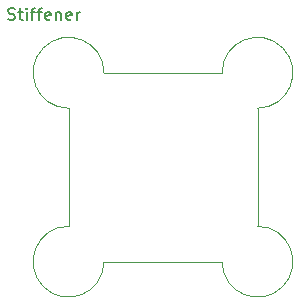
<source format=gbr>
%TF.GenerationSoftware,KiCad,Pcbnew,9.0.1*%
%TF.CreationDate,2025-04-07T22:57:10-07:00*%
%TF.ProjectId,Piramide_Del_Sol,50697261-6d69-4646-955f-44656c5f536f,3.2*%
%TF.SameCoordinates,Original*%
%TF.FileFunction,Other,User*%
%FSLAX46Y46*%
G04 Gerber Fmt 4.6, Leading zero omitted, Abs format (unit mm)*
G04 Created by KiCad (PCBNEW 9.0.1) date 2025-04-07 22:57:10*
%MOMM*%
%LPD*%
G01*
G04 APERTURE LIST*
%ADD10C,0.100000*%
%ADD11C,0.150000*%
G04 APERTURE END LIST*
D10*
X133000000Y-106000000D02*
G75*
G02*
X130000000Y-103000000I-3000000J0D01*
G01*
X146000000Y-103000000D02*
G75*
G02*
X143000000Y-106000000I0J-3000000D01*
G01*
X130000000Y-93000000D02*
G75*
G02*
X133000000Y-90000000I0J3000000D01*
G01*
X130000000Y-93000000D02*
X130000000Y-103000000D01*
X133000000Y-106000000D02*
X143000000Y-106000000D01*
X146000000Y-93000000D02*
X146000000Y-103000000D01*
X133000000Y-90000000D02*
X143000000Y-90000000D01*
X143000000Y-90000000D02*
G75*
G02*
X146000000Y-93000000I3000000J0D01*
G01*
D11*
X124879160Y-85480200D02*
X125022017Y-85527819D01*
X125022017Y-85527819D02*
X125260112Y-85527819D01*
X125260112Y-85527819D02*
X125355350Y-85480200D01*
X125355350Y-85480200D02*
X125402969Y-85432580D01*
X125402969Y-85432580D02*
X125450588Y-85337342D01*
X125450588Y-85337342D02*
X125450588Y-85242104D01*
X125450588Y-85242104D02*
X125402969Y-85146866D01*
X125402969Y-85146866D02*
X125355350Y-85099247D01*
X125355350Y-85099247D02*
X125260112Y-85051628D01*
X125260112Y-85051628D02*
X125069636Y-85004009D01*
X125069636Y-85004009D02*
X124974398Y-84956390D01*
X124974398Y-84956390D02*
X124926779Y-84908771D01*
X124926779Y-84908771D02*
X124879160Y-84813533D01*
X124879160Y-84813533D02*
X124879160Y-84718295D01*
X124879160Y-84718295D02*
X124926779Y-84623057D01*
X124926779Y-84623057D02*
X124974398Y-84575438D01*
X124974398Y-84575438D02*
X125069636Y-84527819D01*
X125069636Y-84527819D02*
X125307731Y-84527819D01*
X125307731Y-84527819D02*
X125450588Y-84575438D01*
X125736303Y-84861152D02*
X126117255Y-84861152D01*
X125879160Y-84527819D02*
X125879160Y-85384961D01*
X125879160Y-85384961D02*
X125926779Y-85480200D01*
X125926779Y-85480200D02*
X126022017Y-85527819D01*
X126022017Y-85527819D02*
X126117255Y-85527819D01*
X126450589Y-85527819D02*
X126450589Y-84861152D01*
X126450589Y-84527819D02*
X126402970Y-84575438D01*
X126402970Y-84575438D02*
X126450589Y-84623057D01*
X126450589Y-84623057D02*
X126498208Y-84575438D01*
X126498208Y-84575438D02*
X126450589Y-84527819D01*
X126450589Y-84527819D02*
X126450589Y-84623057D01*
X126783922Y-84861152D02*
X127164874Y-84861152D01*
X126926779Y-85527819D02*
X126926779Y-84670676D01*
X126926779Y-84670676D02*
X126974398Y-84575438D01*
X126974398Y-84575438D02*
X127069636Y-84527819D01*
X127069636Y-84527819D02*
X127164874Y-84527819D01*
X127355351Y-84861152D02*
X127736303Y-84861152D01*
X127498208Y-85527819D02*
X127498208Y-84670676D01*
X127498208Y-84670676D02*
X127545827Y-84575438D01*
X127545827Y-84575438D02*
X127641065Y-84527819D01*
X127641065Y-84527819D02*
X127736303Y-84527819D01*
X128450589Y-85480200D02*
X128355351Y-85527819D01*
X128355351Y-85527819D02*
X128164875Y-85527819D01*
X128164875Y-85527819D02*
X128069637Y-85480200D01*
X128069637Y-85480200D02*
X128022018Y-85384961D01*
X128022018Y-85384961D02*
X128022018Y-85004009D01*
X128022018Y-85004009D02*
X128069637Y-84908771D01*
X128069637Y-84908771D02*
X128164875Y-84861152D01*
X128164875Y-84861152D02*
X128355351Y-84861152D01*
X128355351Y-84861152D02*
X128450589Y-84908771D01*
X128450589Y-84908771D02*
X128498208Y-85004009D01*
X128498208Y-85004009D02*
X128498208Y-85099247D01*
X128498208Y-85099247D02*
X128022018Y-85194485D01*
X128926780Y-84861152D02*
X128926780Y-85527819D01*
X128926780Y-84956390D02*
X128974399Y-84908771D01*
X128974399Y-84908771D02*
X129069637Y-84861152D01*
X129069637Y-84861152D02*
X129212494Y-84861152D01*
X129212494Y-84861152D02*
X129307732Y-84908771D01*
X129307732Y-84908771D02*
X129355351Y-85004009D01*
X129355351Y-85004009D02*
X129355351Y-85527819D01*
X130212494Y-85480200D02*
X130117256Y-85527819D01*
X130117256Y-85527819D02*
X129926780Y-85527819D01*
X129926780Y-85527819D02*
X129831542Y-85480200D01*
X129831542Y-85480200D02*
X129783923Y-85384961D01*
X129783923Y-85384961D02*
X129783923Y-85004009D01*
X129783923Y-85004009D02*
X129831542Y-84908771D01*
X129831542Y-84908771D02*
X129926780Y-84861152D01*
X129926780Y-84861152D02*
X130117256Y-84861152D01*
X130117256Y-84861152D02*
X130212494Y-84908771D01*
X130212494Y-84908771D02*
X130260113Y-85004009D01*
X130260113Y-85004009D02*
X130260113Y-85099247D01*
X130260113Y-85099247D02*
X129783923Y-85194485D01*
X130688685Y-85527819D02*
X130688685Y-84861152D01*
X130688685Y-85051628D02*
X130736304Y-84956390D01*
X130736304Y-84956390D02*
X130783923Y-84908771D01*
X130783923Y-84908771D02*
X130879161Y-84861152D01*
X130879161Y-84861152D02*
X130974399Y-84861152D01*
M02*

</source>
